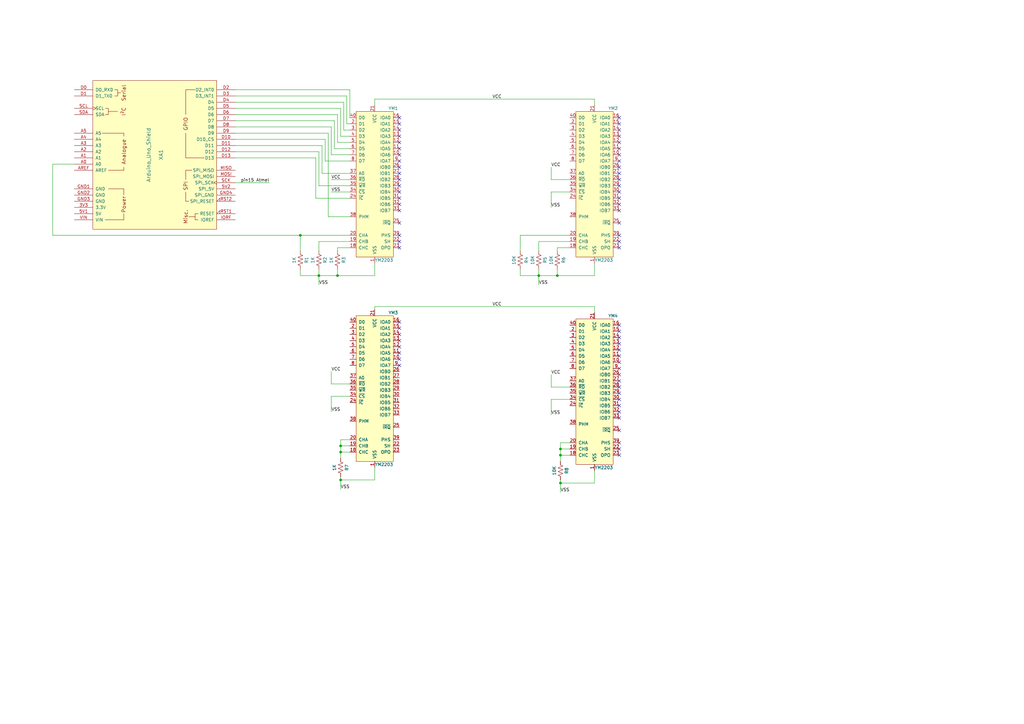
<source format=kicad_sch>
(kicad_sch (version 20230121) (generator eeschema)
  (paper "A3")
  (lib_symbols
    (symbol "Device:R_US" (pin_numbers hide) (pin_names (offset 0))
      (property "Reference" "R" (at 2.54 0 90))
      (property "Value" "R_US" (at -2.54 0 90))
      (symbol "R_US_0_1"
        (polyline (pts (xy 0 -2.286) (xy 0 -2.54)))
        (polyline (pts (xy 0 2.286) (xy 0 2.54)))
        (polyline (pts (xy 0 -0.762) (xy 1.016 -1.143) (xy 0 -1.524) (xy -1.016 -1.905) (xy 0 -2.286)))
        (polyline (pts (xy 0 0.762) (xy 1.016 0.381) (xy 0 0) (xy -1.016 -0.381) (xy 0 -0.762)))
        (polyline (pts (xy 0 2.286) (xy 1.016 1.905) (xy 0 1.524) (xy -1.016 1.143) (xy 0 0.762)))
      )
      (symbol "R_US_1_1"
        (pin passive line (at 0 3.81 270) (length 1.27) (name "~") (number "1"))
        (pin passive line (at 0 -3.81 90) (length 1.27) (name "~") (number "2"))
      )
    )
    (symbol "arduino:Arduino_Uno_Shield" (pin_names (offset 1.016))
      (property "Reference" "XA" (at 2.54 0 90))
      (property "Value" "Arduino_Uno_Shield" (at -2.54 0 90))
      (symbol "Arduino_Uno_Shield_0_0"
        (rectangle (start -25.4 30.48) (end 25.4 -30.48) (fill (type background)))
        (rectangle (start -20.32 -26.67) (end -12.7 -26.67))
        (rectangle (start -19.05 -13.97) (end -12.7 -13.97))
        (polyline (pts (xy -19.05 17.78) (xy -15.24 17.78)))
        (polyline (pts (xy -15.24 25.4) (xy -13.97 25.4)))
        (polyline (pts (xy -12.7 -26.67) (xy -12.7 -24.13)))
        (polyline (pts (xy -12.7 -15.24) (xy -12.7 -16.51)))
        (polyline (pts (xy -12.7 -13.97) (xy -12.7 -15.24)))
        (polyline (pts (xy -12.7 -5.08) (xy -12.7 -6.35) (xy -19.05 -6.35)))
        (polyline (pts (xy -12.7 7.62) (xy -12.7 8.89) (xy -21.59 8.89)))
        (polyline (pts (xy 12.7 8.89) (xy 12.7 -1.27) (xy 20.32 -1.27)))
        (polyline (pts (xy 12.7 16.51) (xy 12.7 26.67) (xy 16.51 26.67)))
        (polyline (pts (xy -20.32 19.05) (xy -19.05 19.05) (xy -19.05 16.51) (xy -20.32 16.51)))
        (polyline (pts (xy -16.51 26.67) (xy -15.24 26.67) (xy -15.24 24.13) (xy -16.51 24.13)))
        (rectangle (start 12.7 -19.05) (end 12.7 -15.24))
        (rectangle (start 12.7 -10.16) (end 12.7 -6.35))
        (rectangle (start 13.97 -19.05) (end 12.7 -19.05))
        (rectangle (start 15.24 -6.35) (end 12.7 -6.35))
        (rectangle (start 16.51 -25.4) (end 13.97 -25.4))
        (rectangle (start 16.51 -24.13) (end 16.51 -26.67))
        (rectangle (start 17.78 -26.67) (end 16.51 -26.67))
        (rectangle (start 17.78 -24.13) (end 16.51 -24.13))
        (text "Analogue" (at -12.7 1.27 900) (effects (font (size 1.524 1.524))))
        (text "I²C" (at -12.7 17.78 900) (effects (font (size 1.524 1.524))))
        (text "Misc." (at 12.7 -25.4 900) (effects (font (size 1.524 1.524))))
        (text "Power" (at -12.7 -20.32 900) (effects (font (size 1.524 1.524))))
        (text "Serial" (at -12.7 25.4 900) (effects (font (size 1.524 1.524))))
        (text "SPI" (at 12.7 -12.7 900) (effects (font (size 1.524 1.524))))
      )
      (symbol "Arduino_Uno_Shield_1_0"
        (text "GPIO" (at 12.7 12.7 900) (effects (font (size 1.524 1.524))))
      )
      (symbol "Arduino_Uno_Shield_1_1"
        (pin power_in line (at -33.02 -21.59 0) (length 7.62) (name "3.3V") (number "3V3"))
        (pin power_in line (at -33.02 -24.13 0) (length 7.62) (name "5V") (number "5V1"))
        (pin power_in line (at 33.02 -13.97 180) (length 7.62) (name "SPI_5V") (number "5V2"))
        (pin bidirectional line (at -33.02 -3.81 0) (length 7.62) (name "A0") (number "A0"))
        (pin bidirectional line (at -33.02 -1.27 0) (length 7.62) (name "A1") (number "A1"))
        (pin bidirectional line (at -33.02 1.27 0) (length 7.62) (name "A2") (number "A2"))
        (pin bidirectional line (at -33.02 3.81 0) (length 7.62) (name "A3") (number "A3"))
        (pin bidirectional line (at -33.02 6.35 0) (length 7.62) (name "A4") (number "A4"))
        (pin bidirectional line (at -33.02 8.89 0) (length 7.62) (name "A5") (number "A5"))
        (pin input line (at -33.02 -6.35 0) (length 7.62) (name "AREF") (number "AREF"))
        (pin bidirectional line (at -33.02 26.67 0) (length 7.62) (name "D0_RX0") (number "D0"))
        (pin bidirectional line (at -33.02 24.13 0) (length 7.62) (name "D1_TX0") (number "D1"))
        (pin bidirectional line (at 33.02 6.35 180) (length 7.62) (name "D10_CS") (number "D10"))
        (pin bidirectional line (at 33.02 3.81 180) (length 7.62) (name "D11") (number "D11"))
        (pin bidirectional line (at 33.02 1.27 180) (length 7.62) (name "D12") (number "D12"))
        (pin bidirectional line (at 33.02 -1.27 180) (length 7.62) (name "D13") (number "D13"))
        (pin bidirectional line (at 33.02 26.67 180) (length 7.62) (name "D2_INT0") (number "D2"))
        (pin bidirectional line (at 33.02 24.13 180) (length 7.62) (name "D3_INT1") (number "D3"))
        (pin bidirectional line (at 33.02 21.59 180) (length 7.62) (name "D4") (number "D4"))
        (pin bidirectional line (at 33.02 19.05 180) (length 7.62) (name "D5") (number "D5"))
        (pin bidirectional line (at 33.02 16.51 180) (length 7.62) (name "D6") (number "D6"))
        (pin bidirectional line (at 33.02 13.97 180) (length 7.62) (name "D7") (number "D7"))
        (pin bidirectional line (at 33.02 11.43 180) (length 7.62) (name "D8") (number "D8"))
        (pin bidirectional line (at 33.02 8.89 180) (length 7.62) (name "D9") (number "D9"))
        (pin power_in line (at -33.02 -13.97 0) (length 7.62) (name "GND") (number "GND1"))
        (pin power_in line (at -33.02 -16.51 0) (length 7.62) (name "GND") (number "GND2"))
        (pin power_in line (at -33.02 -19.05 0) (length 7.62) (name "GND") (number "GND3"))
        (pin power_in line (at 33.02 -16.51 180) (length 7.62) (name "SPI_GND") (number "GND4"))
        (pin output line (at 33.02 -26.67 180) (length 7.62) (name "IOREF") (number "IORF"))
        (pin input line (at 33.02 -6.35 180) (length 7.62) (name "SPI_MISO") (number "MISO"))
        (pin output line (at 33.02 -8.89 180) (length 7.62) (name "SPI_MOSI") (number "MOSI"))
        (pin open_collector input_low (at 33.02 -24.13 180) (length 7.62) (name "RESET") (number "RST1"))
        (pin open_collector input_low (at 33.02 -19.05 180) (length 7.62) (name "SPI_RESET") (number "RST2"))
        (pin output clock (at 33.02 -11.43 180) (length 7.62) (name "SPI_SCK") (number "SCK"))
        (pin bidirectional clock (at -33.02 19.05 0) (length 7.62) (name "SCL") (number "SCL"))
        (pin bidirectional line (at -33.02 16.51 0) (length 7.62) (name "SDA") (number "SDA"))
        (pin power_in line (at -33.02 -26.67 0) (length 7.62) (name "VIN") (number "VIN"))
      )
    )
    (symbol "yamaha:YM2203" (pin_names (offset 1.016))
      (property "Reference" "YM" (at 7.62 24.13 0))
      (property "Value" "YM2203" (at 3.81 -38.1 0))
      (symbol "YM2203_0_1"
        (rectangle (start -7.62 22.86) (end 7.62 -36.83) (fill (type background)))
      )
      (symbol "YM2203_1_1"
        (pin power_in line (at 0 -39.37 90) (length 2.54) (name "VSS") (number "1"))
        (pin bidirectional line (at 10.16 5.08 180) (length 2.54) (name "IOA6") (number "10"))
        (pin bidirectional line (at 10.16 7.62 180) (length 2.54) (name "IOA5") (number "11"))
        (pin bidirectional line (at 10.16 10.16 180) (length 2.54) (name "IOA4") (number "12"))
        (pin bidirectional line (at 10.16 12.7 180) (length 2.54) (name "IOA3") (number "13"))
        (pin bidirectional line (at 10.16 15.24 180) (length 2.54) (name "IOA2") (number "14"))
        (pin bidirectional line (at 10.16 17.78 180) (length 2.54) (name "IOA1") (number "15"))
        (pin bidirectional line (at 10.16 20.32 180) (length 2.54) (name "IOA0") (number "16"))
        (pin passive line (at -10.16 -33.02 0) (length 2.54) (name "CHC") (number "18"))
        (pin passive line (at -10.16 -30.48 0) (length 2.54) (name "CHB") (number "19"))
        (pin tri_state line (at -10.16 17.78 0) (length 2.54) (name "D1") (number "2"))
        (pin passive line (at -10.16 -27.94 0) (length 2.54) (name "CHA") (number "20"))
        (pin power_in line (at 0 25.4 270) (length 2.54) (name "VCC") (number "21"))
        (pin output line (at 10.16 -30.48 180) (length 2.54) (name "SH") (number "22"))
        (pin output line (at 10.16 -33.02 180) (length 2.54) (name "OPO") (number "23"))
        (pin input line (at -10.16 -12.7 0) (length 2.54) (name "~{IC}") (number "24"))
        (pin output line (at 10.16 -22.86 180) (length 2.54) (name "~{IRQ}") (number "25"))
        (pin bidirectional line (at 10.16 0 180) (length 2.54) (name "IOB0") (number "26"))
        (pin bidirectional line (at 10.16 -2.54 180) (length 2.54) (name "IOB1") (number "27"))
        (pin bidirectional line (at 10.16 -5.08 180) (length 2.54) (name "IOB2") (number "28"))
        (pin bidirectional line (at 10.16 -7.62 180) (length 2.54) (name "IOB3") (number "29"))
        (pin tri_state line (at -10.16 15.24 0) (length 2.54) (name "D2") (number "3"))
        (pin bidirectional line (at 10.16 -10.16 180) (length 2.54) (name "IOB4") (number "30"))
        (pin bidirectional line (at 10.16 -12.7 180) (length 2.54) (name "IOB5") (number "31"))
        (pin bidirectional line (at 10.16 -15.24 180) (length 2.54) (name "IOB6") (number "32"))
        (pin bidirectional line (at 10.16 -17.78 180) (length 2.54) (name "IOB7") (number "33"))
        (pin input line (at -10.16 -10.16 0) (length 2.54) (name "~{CS}") (number "34"))
        (pin input line (at -10.16 -7.62 0) (length 2.54) (name "~{WR}") (number "35"))
        (pin input line (at -10.16 -5.08 0) (length 2.54) (name "~{RD}") (number "36"))
        (pin input line (at -10.16 -2.54 0) (length 2.54) (name "A0") (number "37"))
        (pin input line (at -10.16 -20.32 0) (length 2.54) (name "PHM") (number "38"))
        (pin output line (at 10.16 -27.94 180) (length 2.54) (name "PHS") (number "39"))
        (pin tri_state line (at -10.16 12.7 0) (length 2.54) (name "D3") (number "4"))
        (pin tri_state line (at -10.16 20.32 0) (length 2.54) (name "D0") (number "40"))
        (pin tri_state line (at -10.16 10.16 0) (length 2.54) (name "D4") (number "5"))
        (pin tri_state line (at -10.16 7.62 0) (length 2.54) (name "D5") (number "6"))
        (pin tri_state line (at -10.16 5.08 0) (length 2.54) (name "D6") (number "7"))
        (pin tri_state line (at -10.16 2.54 0) (length 2.54) (name "D7") (number "8"))
        (pin bidirectional line (at 10.16 2.54 180) (length 2.54) (name "IOA7") (number "9"))
      )
    )
  )
  (junction (at 138.43 113.03))
  (junction (at 130.81 113.03))
  (junction (at 229.87 186.69))
  (junction (at 228.6 113.03))
  (junction (at 123.19 96.52))
  (junction (at 139.7 196.85))
  (junction (at 229.87 198.12))
  (junction (at 220.98 113.03))
  (junction (at 229.87 184.15))
  (junction (at 139.7 182.88))
  (junction (at 139.7 185.42))
  (no_connect (at 254 63.5))
  (no_connect (at 254 181.61))
  (no_connect (at 254 146.05))
  (no_connect (at 163.83 48.26))
  (no_connect (at 254 91.44))
  (no_connect (at 254 71.12))
  (no_connect (at 163.83 96.52))
  (no_connect (at 163.83 76.2))
  (no_connect (at 254 151.13))
  (no_connect (at 254 76.2))
  (no_connect (at 254 176.53))
  (no_connect (at 254 163.83))
  (no_connect (at 163.83 101.6))
  (no_connect (at 254 153.67))
  (no_connect (at 254 53.34))
  (no_connect (at 254 186.69))
  (no_connect (at 254 101.6))
  (no_connect (at 163.83 81.28))
  (no_connect (at 163.83 63.5))
  (no_connect (at 163.83 134.62))
  (no_connect (at 254 135.89))
  (no_connect (at 163.83 99.06))
  (no_connect (at 254 86.36))
  (no_connect (at 163.83 53.34))
  (no_connect (at 254 58.42))
  (no_connect (at 163.83 149.86))
  (no_connect (at 254 68.58))
  (no_connect (at 163.83 86.36))
  (no_connect (at 254 48.26))
  (no_connect (at 254 184.15))
  (no_connect (at 163.83 60.96))
  (no_connect (at 163.83 147.32))
  (no_connect (at 254 83.82))
  (no_connect (at 163.83 132.08))
  (no_connect (at 254 140.97))
  (no_connect (at 163.83 144.78))
  (no_connect (at 254 156.21))
  (no_connect (at 254 81.28))
  (no_connect (at 163.83 78.74))
  (no_connect (at 254 73.66))
  (no_connect (at 163.83 66.04))
  (no_connect (at 163.83 55.88))
  (no_connect (at 163.83 68.58))
  (no_connect (at 163.83 71.12))
  (no_connect (at 254 138.43))
  (no_connect (at 254 133.35))
  (no_connect (at 254 158.75))
  (no_connect (at 254 66.04))
  (no_connect (at 163.83 73.66))
  (no_connect (at 163.83 50.8))
  (no_connect (at 254 96.52))
  (no_connect (at 163.83 139.7))
  (no_connect (at 163.83 58.42))
  (no_connect (at 254 55.88))
  (no_connect (at 254 60.96))
  (no_connect (at 254 78.74))
  (no_connect (at 254 168.91))
  (no_connect (at 163.83 91.44))
  (no_connect (at 254 143.51))
  (no_connect (at 163.83 137.16))
  (no_connect (at 254 50.8))
  (no_connect (at 254 171.45))
  (no_connect (at 254 161.29))
  (no_connect (at 163.83 83.82))
  (no_connect (at 254 148.59))
  (no_connect (at 254 99.06))
  (no_connect (at 163.83 142.24))
  (no_connect (at 254 166.37))
  (wire (pts (xy 243.84 113.03) (xy 228.6 113.03)))
  (wire (pts (xy 139.7 185.42) (xy 143.51 185.42)))
  (wire (pts (xy 138.43 101.6) (xy 138.43 102.87)))
  (wire (pts (xy 233.68 78.74) (xy 226.06 78.74)))
  (wire (pts (xy 233.68 99.06) (xy 220.98 99.06)))
  (wire (pts (xy 135.89 157.48) (xy 143.51 157.48)))
  (wire (pts (xy 140.97 41.91) (xy 140.97 53.34)))
  (wire (pts (xy 134.62 88.9) (xy 143.51 88.9)))
  (wire (pts (xy 135.89 157.48) (xy 135.89 152.4)))
  (wire (pts (xy 139.7 180.34) (xy 139.7 182.88)))
  (wire (pts (xy 228.6 101.6) (xy 228.6 102.87)))
  (wire (pts (xy 143.51 101.6) (xy 138.43 101.6)))
  (wire (pts (xy 213.36 113.03) (xy 213.36 110.49)))
  (wire (pts (xy 233.68 101.6) (xy 228.6 101.6)))
  (wire (pts (xy 153.67 107.95) (xy 153.67 113.03)))
  (wire (pts (xy 220.98 99.06) (xy 220.98 102.87)))
  (wire (pts (xy 96.52 39.37) (xy 142.24 39.37)))
  (wire (pts (xy 21.59 96.52) (xy 123.19 96.52)))
  (wire (pts (xy 96.52 64.77) (xy 129.54 64.77)))
  (wire (pts (xy 226.06 73.66) (xy 226.06 68.58)))
  (wire (pts (xy 96.52 36.83) (xy 143.51 36.83)))
  (wire (pts (xy 139.7 182.88) (xy 143.51 182.88)))
  (wire (pts (xy 153.67 196.85) (xy 139.7 196.85)))
  (wire (pts (xy 134.62 54.61) (xy 134.62 88.9)))
  (wire (pts (xy 229.87 196.85) (xy 229.87 198.12)))
  (wire (pts (xy 139.7 55.88) (xy 143.51 55.88)))
  (wire (pts (xy 226.06 73.66) (xy 233.68 73.66)))
  (wire (pts (xy 130.81 113.03) (xy 138.43 113.03)))
  (wire (pts (xy 229.87 186.69) (xy 233.68 186.69)))
  (wire (pts (xy 96.52 57.15) (xy 133.35 57.15)))
  (wire (pts (xy 220.98 113.03) (xy 220.98 116.84)))
  (wire (pts (xy 153.67 125.73) (xy 243.84 125.73)))
  (wire (pts (xy 132.08 59.69) (xy 132.08 71.12)))
  (wire (pts (xy 96.52 52.07) (xy 135.89 52.07)))
  (wire (pts (xy 140.97 53.34) (xy 143.51 53.34)))
  (wire (pts (xy 138.43 46.99) (xy 96.52 46.99)))
  (wire (pts (xy 132.08 71.12) (xy 143.51 71.12)))
  (wire (pts (xy 233.68 163.83) (xy 226.06 163.83)))
  (wire (pts (xy 143.51 96.52) (xy 123.19 96.52)))
  (wire (pts (xy 229.87 181.61) (xy 233.68 181.61)))
  (wire (pts (xy 233.68 96.52) (xy 213.36 96.52)))
  (wire (pts (xy 243.84 40.64) (xy 243.84 43.18)))
  (wire (pts (xy 137.16 60.96) (xy 137.16 49.53)))
  (wire (pts (xy 229.87 184.15) (xy 233.68 184.15)))
  (wire (pts (xy 228.6 110.49) (xy 228.6 113.03)))
  (wire (pts (xy 96.52 54.61) (xy 134.62 54.61)))
  (wire (pts (xy 243.84 125.73) (xy 243.84 128.27)))
  (wire (pts (xy 143.51 162.56) (xy 135.89 162.56)))
  (wire (pts (xy 139.7 44.45) (xy 139.7 55.88)))
  (wire (pts (xy 153.67 125.73) (xy 153.67 127)))
  (wire (pts (xy 226.06 158.75) (xy 226.06 153.67)))
  (wire (pts (xy 142.24 39.37) (xy 142.24 50.8)))
  (wire (pts (xy 229.87 181.61) (xy 229.87 184.15)))
  (wire (pts (xy 130.81 76.2) (xy 143.51 76.2)))
  (wire (pts (xy 135.89 73.66) (xy 143.51 73.66)))
  (wire (pts (xy 129.54 64.77) (xy 129.54 81.28)))
  (wire (pts (xy 229.87 198.12) (xy 229.87 201.93)))
  (wire (pts (xy 96.52 41.91) (xy 140.97 41.91)))
  (wire (pts (xy 153.67 113.03) (xy 138.43 113.03)))
  (wire (pts (xy 143.51 78.74) (xy 135.89 78.74)))
  (wire (pts (xy 138.43 58.42) (xy 138.43 46.99)))
  (wire (pts (xy 130.81 110.49) (xy 130.81 113.03)))
  (wire (pts (xy 226.06 78.74) (xy 226.06 85.09)))
  (wire (pts (xy 96.52 74.93) (xy 110.49 74.93)))
  (wire (pts (xy 135.89 63.5) (xy 143.51 63.5)))
  (wire (pts (xy 220.98 110.49) (xy 220.98 113.03)))
  (wire (pts (xy 220.98 113.03) (xy 228.6 113.03)))
  (wire (pts (xy 220.98 113.03) (xy 213.36 113.03)))
  (wire (pts (xy 153.67 191.77) (xy 153.67 196.85)))
  (wire (pts (xy 139.7 180.34) (xy 143.51 180.34)))
  (wire (pts (xy 135.89 52.07) (xy 135.89 63.5)))
  (wire (pts (xy 153.67 43.18) (xy 153.67 40.64)))
  (wire (pts (xy 123.19 113.03) (xy 123.19 110.49)))
  (wire (pts (xy 153.67 40.64) (xy 243.84 40.64)))
  (wire (pts (xy 229.87 184.15) (xy 229.87 186.69)))
  (wire (pts (xy 21.59 67.31) (xy 21.59 96.52)))
  (wire (pts (xy 243.84 198.12) (xy 229.87 198.12)))
  (wire (pts (xy 142.24 50.8) (xy 143.51 50.8)))
  (wire (pts (xy 133.35 66.04) (xy 133.35 57.15)))
  (wire (pts (xy 143.51 60.96) (xy 137.16 60.96)))
  (wire (pts (xy 130.81 99.06) (xy 130.81 102.87)))
  (wire (pts (xy 243.84 193.04) (xy 243.84 198.12)))
  (wire (pts (xy 243.84 107.95) (xy 243.84 113.03)))
  (wire (pts (xy 135.89 162.56) (xy 135.89 168.91)))
  (wire (pts (xy 139.7 196.85) (xy 139.7 200.66)))
  (wire (pts (xy 138.43 110.49) (xy 138.43 113.03)))
  (wire (pts (xy 96.52 49.53) (xy 137.16 49.53)))
  (wire (pts (xy 226.06 158.75) (xy 233.68 158.75)))
  (wire (pts (xy 130.81 113.03) (xy 123.19 113.03)))
  (wire (pts (xy 229.87 186.69) (xy 229.87 189.23)))
  (wire (pts (xy 139.7 182.88) (xy 139.7 185.42)))
  (wire (pts (xy 143.51 99.06) (xy 130.81 99.06)))
  (wire (pts (xy 30.48 67.31) (xy 21.59 67.31)))
  (wire (pts (xy 139.7 185.42) (xy 139.7 187.96)))
  (wire (pts (xy 130.81 113.03) (xy 130.81 116.84)))
  (wire (pts (xy 129.54 81.28) (xy 143.51 81.28)))
  (wire (pts (xy 96.52 44.45) (xy 139.7 44.45)))
  (wire (pts (xy 213.36 96.52) (xy 213.36 102.87)))
  (wire (pts (xy 143.51 66.04) (xy 133.35 66.04)))
  (wire (pts (xy 143.51 58.42) (xy 138.43 58.42)))
  (wire (pts (xy 139.7 195.58) (xy 139.7 196.85)))
  (wire (pts (xy 130.81 62.23) (xy 130.81 76.2)))
  (wire (pts (xy 96.52 59.69) (xy 132.08 59.69)))
  (wire (pts (xy 226.06 163.83) (xy 226.06 170.18)))
  (wire (pts (xy 143.51 36.83) (xy 143.51 48.26)))
  (wire (pts (xy 123.19 96.52) (xy 123.19 102.87)))
  (wire (pts (xy 96.52 62.23) (xy 130.81 62.23)))
  (label "VCC" (at 226.06 153.67 0))
  (label "pin15 Atmel" (at 110.49 74.93 180))
  (label "VCC" (at 201.93 125.73 0))
  (label "VSS" (at 135.89 78.74 0))
  (label "VCC" (at 135.89 73.66 0))
  (label "VCC" (at 135.89 152.4 0))
  (label "VSS" (at 229.87 201.93 0))
  (label "VSS" (at 226.06 85.09 0))
  (label "VSS" (at 139.7 200.66 0))
  (label "VCC" (at 226.06 68.58 0))
  (label "VSS" (at 226.06 170.18 0))
  (label "VSS" (at 130.81 116.84 0))
  (label "VSS" (at 135.89 168.91 0))
  (label "VCC" (at 201.93 40.64 0))
  (label "VSS" (at 220.98 116.84 0))
  (symbol (lib_id "Device:R_US") (at 213.36 106.68 0) (unit 1)
    (property "Reference" "R4" (at 215.9 106.68 90))
    (property "Value" "10K" (at 210.82 106.68 90))
  )
  (symbol (lib_id "arduino:Arduino_Uno_Shield") (at 63.5 63.5 0) (unit 1)
    (property "Reference" "XA1" (at 66.04 63.5 90) (effects (font (size 1.524 1.524))))
    (property "Value" "Arduino_Uno_Shield" (at 60.96 63.5 90) (effects (font (size 1.524 1.524))))
    (property "Datasheet" "https://store.arduino.cc/arduino-uno-rev3" (effects hide))
  )
  (symbol (lib_id "yamaha:YM2203") (at 243.84 153.67 0) (unit 1)
    (property "Reference" "YM4" (at 251.46 129.54 0))
    (property "Value" "YM2203" (at 247.65 191.77 0))
    (property "Footprint" "Package_DIP:DIP-40_W15.24mm" (effects hide))
    (property "Datasheet" "https://pdf1.alldatasheet.com/datasheet-pdf/view/90458/ETC/YM2203.html" (effects hide))
  )
  (symbol (lib_id "yamaha:YM2203") (at 153.67 68.58 0) (unit 1)
    (property "Reference" "YM1" (at 161.29 44.45 0))
    (property "Value" "YM2203" (at 157.48 106.68 0))
    (property "Footprint" "Package_DIP:DIP-40_W15.24mm" (effects hide))
    (property "Datasheet" "https://pdf1.alldatasheet.com/datasheet-pdf/view/90458/ETC/YM2203.html" (effects hide))
  )
  (symbol (lib_id "Device:R_US") (at 229.87 193.04 0) (unit 1)
    (property "Reference" "R8" (at 232.41 193.04 90))
    (property "Value" "10K" (at 227.33 193.04 90))
  )
  (symbol (lib_id "Device:R_US") (at 138.43 106.68 0) (unit 1)
    (property "Reference" "R3" (at 140.97 106.68 90))
    (property "Value" "1K" (at 135.89 106.68 90))
  )
  (symbol (lib_id "Device:R_US") (at 123.19 106.68 0) (unit 1)
    (property "Reference" "R1" (at 125.73 106.68 90))
    (property "Value" "1K" (at 120.65 106.68 90))
  )
  (symbol (lib_id "yamaha:YM2203") (at 243.84 68.58 0) (unit 1)
    (property "Reference" "YM2" (at 251.46 44.45 0))
    (property "Value" "YM2203" (at 247.65 106.68 0))
    (property "Footprint" "Package_DIP:DIP-40_W15.24mm" (effects hide))
    (property "Datasheet" "https://pdf1.alldatasheet.com/datasheet-pdf/view/90458/ETC/YM2203.html" (effects hide))
  )
  (symbol (lib_id "Device:R_US") (at 228.6 106.68 0) (unit 1)
    (property "Reference" "R6" (at 231.14 106.68 90))
    (property "Value" "10K" (at 226.06 106.68 90))
  )
  (symbol (lib_id "Device:R_US") (at 220.98 106.68 0) (unit 1)
    (property "Reference" "R5" (at 223.52 106.68 90))
    (property "Value" "10K" (at 218.44 106.68 90))
  )
  (symbol (lib_id "yamaha:YM2203") (at 153.67 152.4 0) (unit 1)
    (property "Reference" "YM3" (at 161.29 128.27 0))
    (property "Value" "YM2203" (at 157.48 190.5 0))
    (property "Footprint" "Package_DIP:DIP-40_W15.24mm" (effects hide))
    (property "Datasheet" "https://pdf1.alldatasheet.com/datasheet-pdf/view/90458/ETC/YM2203.html" (effects hide))
  )
  (symbol (lib_id "Device:R_US") (at 139.7 191.77 0) (unit 1)
    (property "Reference" "R7" (at 142.24 191.77 90))
    (property "Value" "1K" (at 137.16 191.77 90))
  )
  (symbol (lib_id "Device:R_US") (at 130.81 106.68 0) (unit 1)
    (property "Reference" "R2" (at 133.35 106.68 90))
    (property "Value" "1K" (at 128.27 106.68 90))
  )
)
</source>
